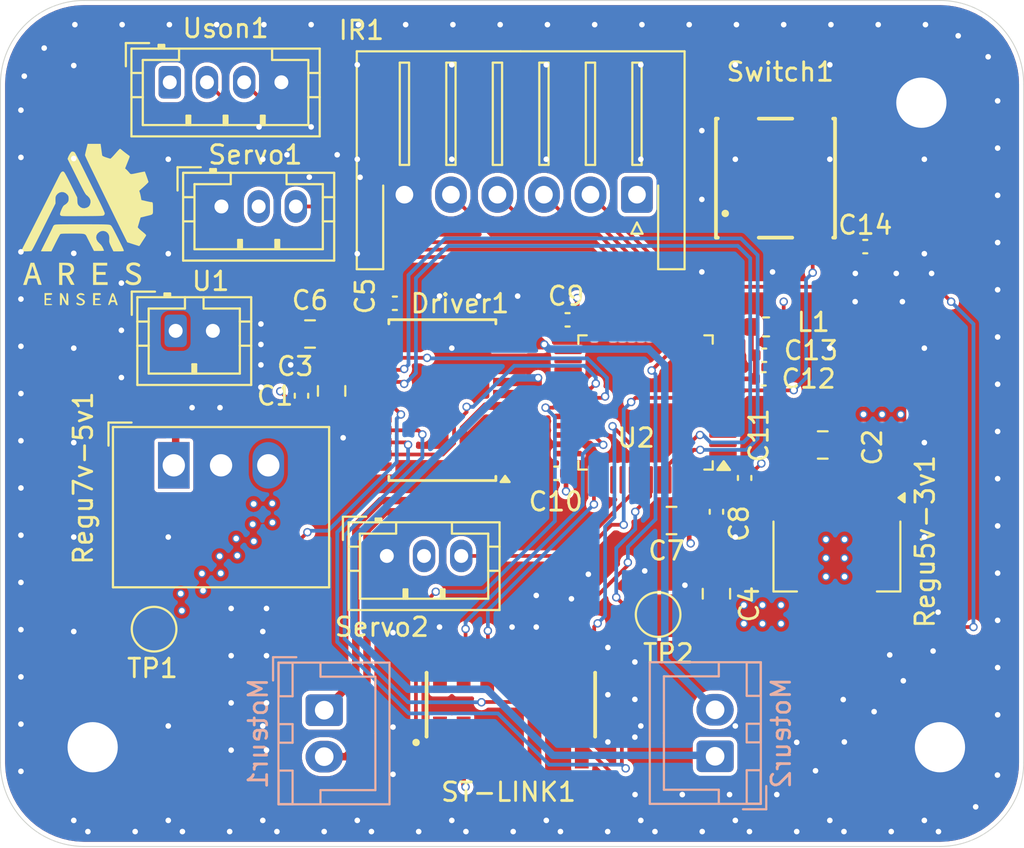
<source format=kicad_pcb>
(kicad_pcb (version 20240108) (generator "pcbnew") (generator_version "8.0")
  (title_block (title "PCB_PAMI_1A_JANUS") (date "22/01/2025"))
  (layers (0 "F.Cu" signal) (1 "In1.Cu" signal) (2 "In2.Cu" signal) (31 "B.Cu" signal) (34 "B.Paste" user) (35 "F.Paste" user) (36 "B.SilkS" user "B.Silkscreen") (37 "F.SilkS" user "F.Silkscreen") (38 "B.Mask" user) (39 "F.Mask" user) (44 "Edge.Cuts" user))
  (net 0 "")
  (net 1 "+5V")
  (net 2 "GND")
  (net 3 "+3.3V")
  (net 4 "+3.3VA")
  (net 5 "/NRST")
  (net 6 "+7.5V")
  (net 7 "/SWDIO")
  (net 8 "/STLINK_RX")
  (net 9 "/STLINK_TX")
  (net 10 "/SWCLK")
  (net 11 "/PWM_Servo1")
  (net 12 "/IR_4")
  (net 13 "/IR_3")
  (net 14 "/IR_2")
  (net 15 "/IR_1")
  (net 16 "/PWM_Servo2")
  (net 17 "/AO1")
  (net 18 "/AO2")
  (net 19 "/BO1")
  (net 20 "/BO2")
  (net 21 "/PWMB")
  (net 22 "/BIN1")
  (net 23 "/STBY")
  (net 24 "/PWMA")
  (net 25 "/AIN2")
  (net 26 "/BIN2")
  (net 27 "/AIN1")
  (net 28 "/Trig")
  (net 29 "/Echo")
  (footprint "Capacitor_SMD:C_0402_1005Metric" (layer "F.Cu") (at 128.524 77.851)
    (property "Reference" "C12")
    (property "Value" "10n" (hide yes))
  )
  (footprint "Package_QFP:LQFP-48_7x7mm_P0.5mm" (layer "F.Cu") (at 122.174 79.121 180)
    (property "Reference" "U2")
    (property "Value" "MCU" (hide yes))
  )
  (footprint "Capacitor_SMD:C_0805_2012Metric" (layer "F.Cu") (at 123.571 85.471 180)
    (property "Reference" "C7")
    (property "Value" "4u7")
  )
  (footprint "Capacitor_SMD:C_0402_1005Metric" (layer "F.Cu") (at 103.68 78.76 90)
    (property "Reference" "C1")
    (property "Value" "100n" (hide yes))
  )
  (footprint "Capacitor_SMD:C_0805_2012Metric" (layer "F.Cu") (at 105.3 78.5 90)
    (property "Reference" "C3")
    (property "Value" "10u" (hide yes))
  )
  (footprint "Capacitor_SMD:C_0805_2012Metric" (layer "F.Cu") (at 131.699 81.407)
    (property "Reference" "C2")
    (property "Value" "10u" (hide yes))
  )
  (footprint "Capacitor_SMD:C_0402_1005Metric" (layer "F.Cu") (at 128.552 76.581)
    (property "Reference" "C13")
    (property "Value" "1u" (hide yes))
  )
  (footprint "Capacitor_SMD:C_0402_1005Metric" (layer "F.Cu") (at 117.983 74.676 180)
    (property "Reference" "C9")
    (property "Value" "100n" (hide yes))
  )
  (footprint "Connector_JST:JST_PH_B3B-PH-K_1x03_P2.00mm_Vertical" (layer "F.Cu") (at 108.268 87.376)
    (property "Reference" "Servo2")
    (property "Value" "~" (hide yes))
  )
  (footprint "Capacitor_SMD:C_0402_1005Metric" (layer "F.Cu") (at 125.984 85 -90)
    (property "Reference" "C8")
    (property "Value" "100n" (hide yes))
  )
  (footprint "boutonSMD_wurth430471025826:430471025826" (layer "F.Cu") (at 129.159 67.056 90)
    (property "Reference" "Switch1")
    (property "Value" "430471025826" (hide yes))
    (property "VALUE" "430471025826" (hide yes))
  )
  (footprint "Converter_DCDC:Converter_DCDC_RECOM_R-78B-2.0_THT" (layer "F.Cu") (at 96.8165 82.5015)
    (property "Reference" "Regu7v-5v1")
    (property "Value" "R-78B5.0-2.0" (hide yes))
  )
  (footprint "Capacitor_SMD:C_0805_2012Metric" (layer "F.Cu") (at 125.984 89.408 90)
    (property "Reference" "C4")
    (property "Value" "22u" (hide yes))
  )
  (footprint "Connector_JST:JST_PH_B2B-PH-K_1x02_P2.00mm_Vertical" (layer "F.Cu") (at 96.917 75.269)
    (property "Reference" "U1")
    (property "Value" "~" (hide yes))
  )
  (footprint "Connector_JST:JST_XH_S6B-XH-A-1_1x06_P2.50mm_Horizontal" (layer "F.Cu") (at 121.713 67.945 180)
    (property "Reference" "IR1")
    (property "Value" "~" (hide yes))
  )
  (footprint "Package_TO_SOT_SMD:SOT-223-3_TabPin2" (layer "F.Cu") (at 132.461 87.376 -90)
    (property "Reference" "Regu5v-3v1")
    (property "Value" "AZ1117-3.3" (hide yes))
  )
  (footprint "Inductor_SMD:L_0603_1608Metric" (layer "F.Cu") (at 128.651 75.057)
    (property "Reference" "L1")
    (property "Value" "39n" (hide yes))
  )
  (footprint "MountingHole:MountingHole_2.7mm_M2.5_Pad" (layer "F.Cu") (at 138 97.663)
    (property "Reference" "H3" (hide yes))
    (property "Value" "MountingHole_Pad" (hide yes))
  )
  (footprint "logoares:logoares" (layer "F.Cu") (at 92 69.8)
    (property "Reference" "G***" (hide yes))
    (property "Value" "LOGO" (hide yes))
  )
  (footprint "MountingHole:MountingHole_2.7mm_M2.5_Pad" (layer "F.Cu") (at 92.456 97.663)
    (property "Reference" "H1" (hide yes))
    (property "Value" "MountingHole_Pad" (hide yes))
  )
  (footprint "Capacitor_SMD:C_0402_1005Metric" (layer "F.Cu") (at 133.985 70.739)
    (property "Reference" "C14")
    (property "Value" "10n" (hide yes))
  )
  (footprint "TestPoint:TestPoint_Pad_D2.0mm" (layer "F.Cu") (at 95.758 91.313)
    (property "Reference" "TP1")
    (property "Value" "TestPoint" (hide yes))
  )
  (footprint "Capacitor_SMD:C_0402_1005Metric" (layer "F.Cu") (at 117.376 82.931 180)
    (property "Reference" "C10")
    (property "Value" "100n" (hide yes))
  )
  (footprint "MountingHole:MountingHole_2.7mm_M2.5_Pad" (layer "F.Cu") (at 137 63)
    (property "Reference" "H2" (hide yes))
    (property "Value" "MountingHole_Pad" (hide yes))
  )
  (footprint "Capacitor_SMD:C_0402_1005Metric" (layer "F.Cu") (at 108.7 73.787)
    (property "Reference" "C5")
    (property "Value" "100n" (hide yes))
  )
  (footprint "FTSH-107-01-F-DV-K:SAMTEC_FTSH-107-01-F-DV-K" (layer "F.Cu") (at 114.935 95.374)
    (property "Reference" "ST-LINK1")
    (property "Value" "FTSH-107-01-F-DV-K" (hide yes))
  )
  (footprint "Capacitor_SMD:C_0402_1005Metric" (layer "F.Cu") (at 127.5 83.18 -90)
    (property "Reference" "C11")
    (property "Value" "100n" (hide yes))
  )
  (footprint "TestPoint:TestPoint_Pad_D2.0mm" (layer "F.Cu") (at 122.85 90.53 90)
    (property "Reference" "TP2")
    (property "Value" "TestPoint" (hide yes))
  )
  (footprint "Capacitor_SMD:C_0805_2012Metric" (layer "F.Cu") (at 104.14 75.438 180)
    (property "Reference" "C6")
    (property "Value" "10u" (hide yes))
  )
  (footprint "Package_SO:SSOP-24_5.3x8.2mm_P0.65mm" (layer "F.Cu") (at 111.252 78.994 180)
    (property "Reference" "Driver1")
    (property "Value" "TB6612FNG" (hide yes))
  )
  (footprint "Connector_JST:JST_PH_B3B-PH-K_1x03_P2.00mm_Vertical" (layer "F.Cu") (at 99.378 68.58)
    (property "Reference" "Servo1")
    (property "Value" "~" (hide yes))
  )
  (footprint "Connector_JST:JST_PH_B4B-PH-K_1x04_P2.00mm_Vertical" (layer "F.Cu") (at 96.6 61.9)
    (property "Reference" "Uson1")
    (property "Value" "~")
  )
  (footprint "Connector_JST:JST_XH_B2B-XH-A_1x02_P2.50mm_Vertical" (layer "B.Cu") (at 104.902 95.671 -90)
    (property "Reference" "Moteur1")
    (property "Value" "~")
  )
  (footprint "Connector_JST:JST_XH_B2B-XH-A_1x02_P2.50mm_Vertical" (layer "B.Cu") (at 125.912 98.151 90)
    (property "Reference" "Moteur2")
    (property "Value" "~")
  )
  (gr_arc (start 142.5 98.5) (mid 141.181981 101.681981) (end 138 103) (stroke (width 0.05)) (layer "Edge.Cuts"))
  (gr_line (start 142.5 62) (end 142.5 98.5) (stroke (width 0.05)) (layer "Edge.Cuts"))
  (gr_line (start 138 103) (end 92 103) (stroke (width 0.05)) (layer "Edge.Cuts"))
  (gr_arc (start 138 57.5) (mid 141.181981 58.818019) (end 142.5 62) (stroke (width 0.05)) (layer "Edge.Cuts"))
  (gr_line (start 87.5 98.5) (end 87.5 62) (stroke (width 0.05)) (layer "Edge.Cuts"))
  (gr_arc (start 87.5 62) (mid 88.818019 58.818019) (end 92 57.5) (stroke (width 0.05)) (layer "Edge.Cuts"))
  (gr_line (start 92 57.5) (end 138 57.5) (stroke (width 0.05)) (layer "Edge.Cuts"))
  (gr_arc (start 92 103) (mid 88.818019 101.681981) (end 87.5 98.5) (stroke (width 0.05)) (layer "Edge.Cuts"))
  (via (at 100.23 87.36) (size 0.45) (drill 0.3) (layers "F.Cu" "B.Cu") (net 1))
  (via (at 97.25 90.32) (size 0.45) (drill 0.3) (layers "F.Cu" "B.Cu") (net 1))
  (via (at 134.89 79.76) (size 0.45) (drill 0.3) (layers "F.Cu" "B.Cu") (net 1))
  (via (at 98.33 88.32) (size 0.45) (drill 0.3) (layers "F.Cu" "B.Cu") (net 1))
  (via (at 97.19 89.4) (size 0.45) (drill 0.3) (layers "F.Cu" "B.Cu") (net 1))
  (via (at 101.12 86.59) (size 0.45) (drill 0.3) (layers "F.Cu" "B.Cu") (net 1))
  (via (at 135.89 79.76) (size 0.45) (drill 0.3) (layers "F.Cu" "B.Cu") (net 1))
  (via (at 102.12 85.58) (size 0.45) (drill 0.3) (layers "F.Cu" "B.Cu") (net 1))
  (via (at 99.28 87.39) (size 0.45) (drill 0.3) (layers "F.Cu" "B.Cu") (net 1))
  (via (at 102.11 84.55) (size 0.45) (drill 0.3) (layers "F.Cu" "B.Cu") (net 1))
  (via (at 100.17 86.44) (size 0.45) (drill 0.3) (layers "F.Cu" "B.Cu") (net 1))
  (via (at 99.34 88.31) (size 0.45) (drill 0.3) (layers "F.Cu" "B.Cu") (net 1))
  (via (at 133.89 79.76) (size 0.45) (drill 0.3) (layers "F.Cu" "B.Cu") (net 1))
  (via (at 101.11 84.58) (size 0.45) (drill 0.3) (layers "F.Cu" "B.Cu") (net 1))
  (via (at 101.06 85.67) (size 0.45) (drill 0.3) (layers "F.Cu" "B.Cu") (net 1))
  (via (at 98.39 89.24) (size 0.45) (drill 0.3) (layers "F.Cu" "B.Cu") (net 1))
  (via (at 129.6 58.8) (size 0.45) (drill 0.3) (layers "F.Cu" "B.Cu") (net 2))
  (via (at 111.1 73.4) (size 0.45) (drill 0.3) (layers "F.Cu" "B.Cu") (net 2))
  (via (at 141.1 62.9) (size 0.45) (drill 0.3) (layers "F.Cu" "B.Cu") (net 2))
  (via (at 114.36 58.8) (size 0.45) (drill 0.3) (layers "F.Cu" "B.Cu") (net 2))
  (via (at 134.46 95.75) (size 0.45) (drill 0.3) (layers "F.Cu" "B.Cu") (net 2))
  (via (at 115.06 102.2) (size 0.45) (drill 0.3) (layers "F.Cu" "B.Cu") (net 2))
  (via (at 141.1 85.76) (size 0.45) (drill 0.3) (layers "F.Cu" "B.Cu") (net 2))
  (via (at 116.84 101.6) (size 0.45) (drill 0.3) (layers "F.Cu" "B.Cu") (net 2))
  (via (at 104.2 64.3) (size 0.45) (drill 0.3) (layers "F.Cu" "B.Cu") (net 2))
  (via (at 141.1 93.38) (size 0.45) (drill 0.3) (layers "F.Cu" "B.Cu") (net 2))
  (via (at 116.3 89.5) (size 0.45) (drill 0.3) (layers "F.Cu" "B.Cu") (net 2))
  (via (at 130.3 97.4) (size 0.45) (drill 0.3) (layers "F.Cu" "B.Cu") (net 2))
  (via (at 103.1 77.1) (size 0.45) (drill 0.3) (layers "F.Cu" "B.Cu") (net 2))
  (via (at 102.9 65.8) (size 0.45) (drill 0.3) (layers "F.Cu" "B.Cu") (net 2))
  (via (at 96.52 71.12) (size 0.45) (drill 0.3) (layers "F.Cu" "B.Cu") (net 2))
  (via (at 127 66.04) (size 0.45) (drill 0.3) (layers "F.Cu" "B.Cu") (net 2))
  (via (at 124.29 88.95) (size 0.45) (drill 0.3) (layers "F.Cu" "B.Cu") (net 2))
  (via (at 127 101.6) (size 0.45) (drill 0.3) (layers "F.Cu" "B.Cu") (net 2))
  (via (at 136.03 94.09) (size 0.45) (drill 0.3) (layers "F.Cu" "B.Cu") (net 2))
  (via (at 99.9 92.74) (size 0.45) (drill 0.3) (layers "F.Cu" "B.Cu") (net 2))
  (via (at 135.98 73.7) (size 0.45) (drill 0.3) (layers "F.Cu" "B.Cu") (net 2))
  (via (at 111.76 60.96) (size 0.45) (drill 0.3) (layers "F.Cu" "B.Cu") (net 2))
  (via (at 101.8 92.74) (size 0.45) (drill 0.3) (layers "F.Cu" "B.Cu") (net 2))
  (via (at 96.52 86.36) (size 0.45) (drill 0.3) (layers "F.Cu" "B.Cu") (net 2))
  (via (at 92.2 102.2) (size 0.45) (drill 0.3) (layers "F.Cu" "B.Cu") (net 2))
  (via (at 137.16 71.12) (size 0.45) (drill 0.3) (layers "F.Cu" "B.Cu") (net 2))
  (via (at 91.44 66) (size 0.45) (drill 0.3) (layers "F.Cu" "B.Cu") (net 2))
  (via (at 138.98 59.4) (size 0.45) (drill 0.3) (layers "F.Cu" "B.Cu") (net 2))
  (via (at 101.5 78.3) (size 0.45) (drill 0.3) (layers "F.Cu" "B.Cu") (net 2))
  (via (at 106.68 71.12) (size 0.45) (drill 0.3) (layers "F.Cu" "B.Cu") (net 2))
  (via (at 141.1 88.3) (size 0.45) (drill 0.3) (layers "F.Cu" "B.Cu") (net 2))
  (via (at 133.45 72.18) (size 0.45) (drill 0.3) (layers "F.Cu" "B.Cu") (net 2))
  (via (at 88.6 78.64) (size 0.45) (drill 0.3) (layers "F.Cu" "B.Cu") (net 2))
  (via (at 94 77.78) (size 0.45) (drill 0.3) (layers "F.Cu" "B.Cu") (net 2))
  (via (at 101.5 77.1) (size 0.45) (drill 0.3) (layers "F.Cu" "B.Cu") (net 2))
  (via (at 94.74 102.2) (size 0.45) (drill 0.3) (layers "F.Cu" "B.Cu") (net 2))
  (via (at 108.6 96.58) (size 0.45) (drill 0.3) (layers "F.Cu" "B.Cu") (net 2))
  (via (at 120.15 97.38) (size 0.45) (drill 0.3) (layers "F.Cu" "B.Cu") (net 2))
  (via (at 106.74 58.8) (size 0.45) (drill 0.3) (layers "F.Cu" "B.Cu") (net 2))
  (via (at 108.6 99.12) (size 0.45) (drill 0.3) (layers "F.Cu" "B.Cu") (net 2))
  (via (at 101.4 64.3) (size 0.45) (drill 0.3) (layers "F.Cu" "B.Cu") (net 2))
  (via (at 88.6 71.02) (size 0.45) (drill 0.3) (layers "F.Cu" "B.Cu") (net 2))
  (via (at 140.59 60.53) (size 0.45) (drill 0.3) (layers "F.Cu" "B.Cu") (net 2))
  (via (at 121.6 97.12) (size 0.45) (drill 0.3) (layers "F.Cu" "B.Cu") (net 2))
  (via (at 106.68 66.04) (size 0.45) (drill 0.3) (layers "F.Cu" "B.Cu") (net 2))
  (via (at 137.22 58.8) (size 0.45) (drill 0.3) (layers "F.Cu" "B.Cu") (net 2))
  (via (at 88.6 88.8) (size 0.45) (drill 0.3) (layers "F.Cu" "B.Cu") (net 2))
  (via (at 88.6 63.4) (size 0.45) (drill 0.3) (layers "F.Cu" "B.Cu") (net 2))
  (via (at 121.6 95.09) (size 0.45) (drill 0.3) (layers "F.Cu" "B.Cu") (net 2))
  (via (at 141.1 70.52) (size 0.45) (drill 0.3) (layers "F.Cu" "B.Cu") (net 2))
  (via (at 101.6 96.52) (size 0.45) (drill 0.3) (layers "F.Cu" "B.Cu") (net 2))
  (via (at 121.92 101.6) (size 0.45) (drill 0.3) (layers "F.Cu" "B.Cu") (net 2))
  (via (at 130.3 102.2) (size 0.45) (drill 0.3) (layers "F.Cu" "B.Cu") (net 2))
  (via (at 137.92 102.2) (size 0.45) (drill 0.3) (layers "F.Cu" "B.Cu") (net 2))
  (via (at 120.14 102.2) (size 0.45) (drill 0.3) (layers "F.Cu" "B.Cu") (net 2))
  (via (at 116.9 58.8) (size 0.45) (drill 0.3) (layers "F.Cu" "B.Cu") (net 2))
  (via (at 101.6 101.6) (size 0.45) (drill 0.3) (layers "F.Cu" "B.Cu") (net 2))
  (via (at 99.9 95.28) (size 0.45) (drill 0.3) (layers "F.Cu" "B.Cu") (net 2))
  (via (at 137.16 81.28) (size 0.45) (drill 0.3) (layers "F.Cu" "B.Cu") (net 2))
  (via (at 132.08 76.2) (size 0.45) (drill 0.3) (layers "F.Cu" "B.Cu") (net 2))
  (via (at 111.76 101.6) (size 0.45) (drill 0.3) (layers "F.Cu" "B.Cu") (net 2))
  (via (at 132.08 60.96) (size 0.45) (drill 0.3) (layers "F.Cu" "B.Cu") (net 2))
  (via (at 137.16 101.6) (size 0.45) (drill 0.3) (layers "F.Cu" "B.Cu") (net 2))
  (via (at 99.3 79.4) (size 0.45) (drill 0.3) (layers "F.Cu" "B.Cu") (net 2))
  (via (at 120.15 94.84) (size 0.45) (drill 0.3) (layers "F.Cu" "B.Cu") (net 2))
  (via (at 135.65 72.18) (size 0.45) (drill 0.3) (layers "F.Cu" "B.Cu") (net 2))
  (via (at 141.1 80.68) (size 0.45) (drill 0.3) (layers "F.Cu" "B.Cu") (net 2))
  (via (at 99.9 90.2) (size 0.45) (drill 0.3) (layers "F.Cu" "B.Cu") (net 2))
  (via (at 141.1 75.6) (size 0.45) (drill 0.3) (layers "F.Cu" "B.Cu") (net 2))
  (via (at 101.8 95.28) (size 0.45) (drill 0.3) (layers "F.Cu" "B.Cu") (net 2))
  (via (at 96.52 96.52) (size 0.45) (drill 0.3) (layers "F.Cu" "B.Cu") (net 2))
  (via (at 141.1 73.06) (size 0.45) (drill 0.3) (layers "F.Cu" "B.Cu") (net 2))
  (via (at 141.09 99.16) (size 0.45) (drill 0.3) (layers "F.Cu" "B.Cu") (net 2))
  (via (at 141.1 78.14) (size 0.45) (drill 0.3) (layers "F.Cu" "B.Cu") (net 2))
  (via (at 91.44 81.28) (size 0.45) (drill 0.3) (layers "F.Cu" "B.Cu") (net 2))
  (via (at 119.44 58.8) (size 0.45) (drill 0.3) (layers "F.Cu" "B.Cu") (net 2))
  (via (at 125.22 102.2) (size 0.45) (drill 0.3) (layers "F.Cu" "B.Cu") (net 2))
  (via (at 101.8 97.82) (size 0.45) (drill 0.3) (layers "F.Cu" "B.Cu") (net 2))
  (via (at 107.44 102.2) (size 0.45) (drill 0.3) (layers "F.Cu" "B.Cu") (net 2))
  (via (at 88.6 96.42) (size 0.45) (drill 0.3) (layers "F.Cu" "B.Cu") (net 2))
  (via (at 120.15 92.3) (size 0.45) (drill 0.3) (layers "F.Cu" "B.Cu") (net 2))
  (via (at 91.44 61) (size 0.45) (drill 0.3) (layers "F.Cu" "B.Cu") (net 2))
  (via (at 112.52 102.2) (size 0.45) (drill 0.3) (layers "F.Cu" "B.Cu") (net 2))
  (via (at 106.83 67.01) (size 0.45) (drill 0.3) (layers "F.Cu" "B.Cu") (net 2))
  (via (at 111.76 66.04) (size 0.45) (drill 0.3) (layers "F.Cu" "B.Cu") (net 2))
  (via (at 137.16 86.36) (size 0.45) (drill 0.3) (layers "F.Cu" "B.Cu") (net 2))
  (via (at 121.61 100.21) (size 0.45) (drill 0.3) (layers "F.Cu" "B.Cu") (net 2))
  (via (at 141.1 83.22) (size 0.45) (drill 0.3) (layers "F.Cu" "B.Cu") (net 2))
  (via (at 131.31 98.93) (size 0.45) (drill 0.3) (layers "F.Cu" "B.Cu") (net 2))
  (via (at 127 86.36) (size 0.45) (drill 0.3) (layers "F.Cu" "B.Cu") (net 2))
  (via (at 125.2 72.1) (size 0.45) (drill 0.3) (layers "F.Cu" "B.Cu") (net 2))
  (via (at 113.2 73.4) (size 0.45) (drill 0.3) (layers "F.Cu" "B.Cu") (net 2))
  (via (at 88.6 81.18) (size 0.45) (drill 0.3) (layers "F.Cu" "B.Cu") (net 2))
  (via (at 101.8 90.2) (size 0.45) (drill 0.3) (layers "F.Cu" "B.Cu") (net 2))
  (via (at 117.6 102.2) (size 0.45) (drill 0.3) (layers "F.Cu" "B.Cu") (net 2))
  (via (at 111.1 91.2) (size 0.45) (drill 0.3) (layers "F.Cu" "B.Cu") (net 2))
  (via (at 132.86 97.38) (size 0.45) (drill 0.3) (layers "F.Cu" "B.Cu") (net 2))
  (via (at 105.6 65.8) (size 0.45) (drill 0.3) (layers "F.Cu" "B.Cu") (net 2))
  (via (at 121.92 66.04) (size 0.45) (drill 0.3) (layers "F.Cu" "B.Cu") (net 2))
  (via (at 139.92 100.87) (size 0.45) (drill 0.3) (layers "F.Cu" "B.Cu") (net 2))
  (via (at 101.66 58.8) (size 0.45) (drill 0.3) (layers "F.Cu" "B.Cu") (net 2))
  (via (at 88.6 91.34) (size 0.45) (drill 0.3) (layers "F.Cu" "B.Cu") (net 2))
  (via (at 141.1 65.44) (size 0.45) (drill 0.3) (layers "F.Cu" "B.Cu") (net 2))
  (via (at 104.9 102.2) (size 0.45) (drill 0.3) (layers "F.Cu" "B.Cu") (net 2))
  (via (at 122.13 88.18) (size 0.45) (drill 0.3) (layers "F.Cu" "B.Cu") (net 2))
  (via (at 88.6 76.1) (size 0.45) (drill 0.3) (layers "F.Cu" "B.Cu") (net 2))
  (via (at 94 75.24) (size 0.45) (drill 0.3) (layers "F.Cu" "B.Cu") (net 2))
  (via (at 101.5 74.9) (size 0.45) (drill 0.3) (layers "F.Cu" "B.Cu") (net 2))
  (via (at 135.3 92.7) (size 0.45) (drill 0.3) (layers "F.Cu" "B.Cu") (net 2))
  (via (at 105.92 81.02) (size 0.45) (drill 0.3) (layers "F.Cu" "B.Cu") (net 2))
  (via (at 127 96.52) (size 0.45) (drill 0.3) (layers "F.Cu" "B.Cu") (net 2))
  (via (at 101.6 66.04) (size 0.45) (drill 0.3) (layers "F.Cu" "B.Cu") (net 2))
  (via (at 121.92 60.96) (size 0.45) (drill 0.3) (layers "F.Cu" "B.Cu") (net 2))
  (via (at 124.52 58.8) (size 0.45) (drill 0.3) (layers "F.Cu" "B.Cu") (net 2))
  (via (at 88.6 98.96) (size 0.45) (drill 0.3) (layers "F.Cu" "B.Cu") (net 2))
  (via (at 99.82 102.2) (size 0.45) (drill 0.3) (layers "F.Cu" "B.Cu") (net 2))
  (via (at 88.6 86.26) (size 0.45) (drill 0.3) (layers "F.Cu" "B.Cu") (net 2))
  (via (at 137.55 72.18) (size 0.45) (drill 0.3) (layers "F.Cu" "B.Cu") (net 2))
  (via (at 116.84 60.96) (size 0.45) (drill 0.3) (layers "F.Cu" "B.Cu") (net 2))
  (via (at 116.3 91.2) (size 0.45) (drill 0.3) (layers "F.Cu" "B.Cu") (net 2))
  (via (at 137.9 90.4) (size 0.45) (drill 0.3) (layers "F.Cu" "B.Cu") (net 2))
  (via (at 125.2 68.2) (size 0.45) (drill 0.3) (layers "F.Cu" "B.Cu") (net 2))
  (via (at 137.16 76.2) (size 0.45) (drill 0.3) (layers "F.Cu" "B.Cu") (net 2))
  (via (at 115 91.2) (size 0.45) (drill 0.3) (layers "F.Cu" "B.Cu") (net 2))
  (via (at 133.44 73.7) (size 0.45) (drill 0.3) (layers "F.Cu" "B.Cu") (net 2))
  (via (at 91.44 76.2) (size 0.45) (drill 0.3) (layers "F.Cu" "B.Cu") (net 2))
  (via (at 132.14 58.8) (size 0.45) (drill 0.3) (layers "F.Cu" "B.Cu") (net 2))
  (via (at 132.08 101.6) (size 0.45) (drill 0.3) (layers "F.Cu" "B.Cu") (net 2))
  (via (at 125.2 64.5) (size 0.45) (drill 0.3) (layers "F.Cu" "B.Cu") (net 2))
  (via (at 127 60.96) (size 0.45) (drill 0.3) (layers "F.Cu" "B.Cu") (net 2))
  (via (at 104.2 58.8) (size 0.45) (drill 0.3) (layers "F.Cu" "B.Cu") (net 2))
  (via (at 119.1 88.36) (size 0.45) (drill 0.3) (layers "F.Cu" "B.Cu") (net 2))
  (via (at 135.38 102.2) (size 0.45) (drill 0.3) (layers "F.Cu" "B.Cu") (net 2))
  (via (at 111.76 76.2) (size 0.45) (drill 0.3) (layers "F.Cu" "B.Cu") (net 2))
  (via (at 124.15 100.21) (size 0.45) (drill 0.3) (layers "F.Cu" "B.Cu") (net 2))
  (via (at 88.6 93.88) (size 0.45) (drill 0.3) (layers "F.Cu" "B.Cu") (net 2))
  (via (at 88.78 61.57) (size 0.45) (drill 0.3) (layers "F.Cu" "B.Cu") (net 2))
  (via (at 96.52 101.6) (size 0.45) (drill 0.3) (layers "F.Cu" "B.Cu") (net 2))
  (via (at 129 72.1) (size 0.45) (drill 0.3) (layers "F.Cu" "B.Cu") (net 2))
  (via (at 122.68 102.2) (size 0.45) (drill 0.3) (layers "F.Cu" "B.Cu") (net 2))
  (via (at 141.1 90.84) (size 0.45) (drill 0.3) (layers "F.Cu" "B.Cu") (net 2))
  (via (at 126.69 100.21) (size 0.45) (drill 0.3) (layers "F.Cu" "B.Cu") (net 2))
  (via (at 99.9 97.82) (size 0.45) (drill 0.3) (layers "F.Cu" "B.Cu") (net 2))
  (via (at 141.1 67.98) (size 0.45) (drill 0.3) (layers "F.Cu" "B.Cu") (net 2))
  (via (at 137.16 66.04) (size 0.45) (drill 0.3) (layers "F.Cu" "B.Cu") (net 2))
  (via (at 91.44 86.36) (size 0.45) (drill 0.3) (layers "F.Cu" "B.Cu") (net 2))
  (via (at 106.68 101.6) (size 0.45) (drill 0.3) (layers "F.Cu" "B.Cu") (net 2))
  (via (at 97.8 79.4) (size 0.45) (drill 0.3) (layers "F.Cu" "B.Cu") (net 2))
  (via (at 132.08 66.04) (size 0.45) (drill 0.3) (layers "F.Cu" "B.Cu") (net 2))
  (via (at 127.06 58.8) (size 0.45) (drill 0.3) (layers "F.Cu" "B.Cu") (net 2))
  (via (at 137.63 92.49) (size 0.45) (drill 0.3) (layers "F.Cu" "B.Cu") (net 2))
  (via (at 121.6 93.08) (size 0.45) (drill 0.3) (layers "F.Cu" "B.Cu") (net 2))
  (via (at 109.28 58.8) (size 0.45) (drill 0.3) (layers "F.Cu" "B.Cu") (net 2))
  (via (at 101.5 76) (size 0.45) (drill 0.3) (layers "F.Cu" "B.Cu") (net 2))
  (via (at 106.68 60.96) (size 0.45) (drill 0.3) (layers "F.Cu" "B.Cu") (net 2))
  (via (at 109.98 102.2) (size 0.45) (drill 0.3) (layers "F.Cu" "B.Cu") (net 2))
  (via (at 91.44 101.6) (size 0.45) (drill 0.3) (layers "F.Cu" "B.Cu") (net 2))
  (via (at 96.58 58.8) (size 0.45) (drill 0.3) (layers "F.Cu" "B.Cu") (net 2))
  (via (at 132.84 102.2) (size 0.45) (drill 0.3) (layers "F.Cu" "B.Cu") (net 2))
  (via (at 97.28 102.2) (size 0.45) (drill 0.3) (layers "F.Cu" "B.Cu") (net 2))
  (via (at 121.92 96.52) (size 0.45) (drill 0.3) (layers "F.Cu" "B.Cu") (net 2))
  (via (at 101.6 91.44) (size 0.45) (drill 0.3) (layers "F.Cu" "B.Cu") (net 2))
  (via (at 88.6 65.94) (size 0.45) (drill 0.3) (layers "F.Cu" "B.Cu") (net 2))
  (via (at 91.44 91.44) (size 0.45) (drill 0.3) (layers "F.Cu" "B.Cu") (net 2))
  (via (at 111.82 58.8) (size 0.45) (drill 0.3) (layers "F.Cu" "B.Cu") (net 2))
  (via (at 132.8 95.1) (size 0.45) (drill 0.3) (layers "F.Cu" "B.Cu") (net 2))
  (via (at 99.12 58.8) (size 0.45) (drill 0.3) (layers "F.Cu" "B.Cu") (net 2))
  (via (at 91.44 71.1) (size 0.45) (drill 0.3) (layers "F.Cu" "B.Cu") (net 2))
  (via (at 116.84 66.04) (size 0.45) (drill 0.3) (layers "F.Cu" "B.Cu") (net 2))
  (via (at 127.76 102.2) (size 0.45) (drill 0.3) (layers "F.Cu" "B.Cu") (net 2))
  (via (at 141.1 95.92) (size 0.45) (drill 0.3) (layers "F.Cu" "B.Cu") (net 2))
  (via (at 108.6 91.5) (size 0.45) (drill 0.3) (layers "F.Cu" "B.Cu") (net 2))
  (via (at 89.85 60.06) (size 0.45) (drill 0.3) (layers "F.Cu" "B.Cu") (net 2))
  (via (at 94.04 58.8) (size 0.45) (drill 0.3) (layers "F.Cu" "B.Cu") (net 2))
  (via (at 129.23 100.21) (size 0.45) (drill 0.3) (layers "F.Cu" "B.Cu") (net 2))
  (via (at 121.98 58.8) (size 0.45) (drill 0.3) (layers "F.Cu" "B.Cu") (net 2))
  (via (at 96.52 66.04) (size 0.45) (drill 0.3) (layers "F.Cu" "B.Cu") (net 2))
  (via (at 134.68 58.8) (size 0.45) (drill 0.3) (layers "F.Cu" "B.Cu") (net 2))
  (via (at 94 72.7) (size 0.45) (drill 0.3) (layers "F.Cu" "B.Cu") (net 2))
  (via (at 115.3 73.4) (size 0.45) (drill 0.3) (layers "F.Cu" "B.Cu") (net 2))
  (via (at 102.36 102.2) (size 0.45) (drill 0.3) (layers "F.Cu" "B.Cu") (net 2))
  (via (at 88.6 83.72) (size 0.45) (drill 0.3) (layers "F.Cu" "B.Cu") (net 2))
  (via (at 118.19 89.68) (size 0.45) (drill 0.3) (layers "F.Cu" "B.Cu") (net 2))
  (via (at 91.5 58.8) (size 0.45) (drill 0.3) (layers "F.Cu" "B.Cu") (net 2))
  (via (at 88.6 73.56) (size 0.45) (drill 0.3) (layers "F.Cu" "B.Cu") (net 2))
  (via (at 104.1 67) (size 0.45) (drill 0.3) (layers "F.Cu" "B.Cu") (net 2))
  (segment (start 117.9 82.975) (end 117.856 82.931) (width 0.25) (layer "F.Cu") (net 3))
  (segment (start 112.395 99.695) (end 112.395 97.409) (width 0.25) (layer "F.Cu") (net 3))
  (segment (start 118.5 74.639) (end 118.463 74.676) (width 0.25) (layer "F.Cu") (net 3))
  (segment (start 102.54 78.52) (end 103.26 79.24) (width 0.2) (layer "F.Cu") (net 3))
  (segment (start 103.26 79.24) (end 105.09 79.24) (width 0.2) (layer "F.Cu") (net 3))
  (segment (start 125.984 83.975) (end 125.984 84.52) (width 0.25) (layer "F.Cu") (net 3))
  (segment (start 107.651 79.97) (end 107.652 79.969) (width 0.25) (layer "F.Cu") (net 3))
  (segment (start 124.521 86.621) (end 124.521 85.471) (width 0.25) (layer "F.Cu") (net 3))
  (segment (start 129.6 73.7) (end 129.6 74.8955) (width 0.2) (layer "F.Cu") (net 3))
  (segment (start 117.856 82.0265) (end 118.0115 81.871) (width 0.25) (layer "F.Cu") (net 3))
  (segment (start 105.3 79.45) (end 105.82 79.97) (width 0.25) (layer "F.Cu") (net 3))
  (segment (start 118.5 73.5) (end 118.5 74.639) (width 0.25) (layer "F.Cu") (net 3))
  (segment (start 126.3365 81.871) (end 126.671 81.871) (width 0.2) (layer "F.Cu") (net 3))
  (segment (start 126.671 81.871) (end 127.5 82.7) (width 0.2) (layer "F.Cu") (net 3))
  (segment (start 124.6 86.7) (end 124.521 86.621) (width 0.25) (layer "F.Cu") (net 3))
  (segment (start 125.192 84.8) (end 124.521 85.471) (width 0.25) (layer "F.Cu") (net 3))
  (segment (start 125.704 84.8) (end 125.192 84.8) (width 0.25) (layer "F.Cu") (net 3))
  (segment (start 118.463 74.676) (end 119.1415 74.676) (width 0.25) (layer "F.Cu") (net 3))
  (segment (start 129.6 74.8955) (end 129.4385 75.057) (width 0.2) (layer "F.Cu") (net 3))
  (segment (start 117.9 83.9) (end 117.9 82.975) (width 0.25) (layer "F.Cu") (net 3))
  (segment (start 125.984 84.52) (end 125.704 84.8) (width 0.25) (layer "F.Cu") (net 3))
  (segment (start 128.4 82.4) (end 128.1 82.7) (width 0.2) (layer "F.Cu") (net 3))
  (segment (start 128.1 82.7) (end 127.5 82.7) (width 0.2) (layer "F.Cu") (net 3))
  (segment (start 124.924 83.2835) (end 125.2925 83.2835) (width 0.25) (layer "F.Cu") (net 3))
  (segment (start 112.5 99.8) (end 112.395 99.695) (width 0.25) (layer "F.Cu") (net 3))
  (segment (start 105.82 79.97) (end 107.651 79.97) (width 0.25) (layer "F.Cu") (net 3))
  (segment (start 119.1415 74.676) (end 119.424 74.9585) (width 0.25) (layer "F.Cu") (net 3))
  (segment (start 117.856 82.931) (end 117.856 82.0265) (width 0.25) (layer "F.Cu") (net 3))
  (segment (start 125.2925 83.2835) (end 125.984 83.975) (width 0.25) (layer "F.Cu") (net 3))
  (segment (start 105.09 79.24) (end 105.3 79.45) (width 0.2) (layer "F.Cu") (net 3))
  (via (at 127.46 91.02) (size 0.45) (drill 0.3) (layers "F.Cu" "B.Cu") (net 3))
  (via (at 132.87 86.49) (size 0.45) (drill 0.3) (layers "F.Cu" "B.Cu") (net 3))
  (via (at 129.46 90.02) (size 0.45) (drill 0.3) (layers "F.Cu" "B.Cu") (net 3))
  (via (at 131.87 87.49) (size 0.45) (drill 0.3) (layers "F.Cu" "B.Cu") (net 3))
  (via (at 132.87 87.49) (size 0.45) (drill 0.3) (layers "F.Cu" "B.Cu") (net 3))
  (via (at 112.5 99.8) (size 0.45) (drill 0.3) (layers "F.Cu" "B.Cu") (net 3))
  (via (at 127.46 90.02) (size 0.45) (drill 0.3) (layers "F.Cu" "B.Cu") (net 3))
  (via (at 128.4 82.4) (size 0.45) (drill 0.3) (layers "F.Cu" "B.Cu") (net 3))
  (via (at 128.46 90.02) (size 0.45) (drill 0.3) (layers "F.Cu" "B.Cu") (net 3))
  (via (at 131.87 88.49) (size 0.45) (drill 0.3) (layers "F.Cu" "B.Cu") (net 3))
  (via (at 118.5 73.5) (size 0.45) (drill 0.3) (layers "F.Cu" "B.Cu") (net 3))
  (via (at 124.6 86.7) (size 0.45) (drill 0.3) (layers "F.Cu" "B.Cu") (net 3))
  (via (at 128.46 91.02) (size 0.45) (drill 0.3) (layers "F.Cu" "B.Cu") (net 3))
  (via (at 102.54 78.52) (size 0.45) (drill 0.3) (layers "F.Cu" "B.Cu") (net 3))
  (via (at 131.87 86.49) (size 0.45) (drill 0.3) (layers "F.Cu" "B.Cu") (net 3))
  (via (at 129.6 73.7) (size 0.45) (drill 0.3) (layers "F.Cu" "B.Cu") (net 3))
  (via (at 132.87 88.49) (size 0.45) (drill 0.3) (layers "F.Cu" "B.Cu") (net 3))
  (via (at 117.9 83.9) (size 0.45) (drill 0.3) (layers "F.Cu" "B.Cu") (net 3))
  (via (at 129.46 91.02) (size 0.45) (drill 0.3) (layers "F.Cu" "B.Cu") (net 3))
  (segment (start 126.3565 77.851) (end 126.3365 77.871) (width 0.25) (layer "F.Cu") (net 4))
  (segment (start 128.072 77.823) (end 128.044 77.851) (width 0.25) (layer "F.Cu") (net 4))
  (segment (start 127.8635 76.3725) (end 128.072 76.581) (width 0.25) (layer "F.Cu") (net 4))
  (segment (start 128.072 76.581) (end 128.072 77.823) (width 0.25) (layer "F.Cu") (net 4))
  (segment (start 128.044 77.851) (end 126.3565 77.851) (width 0.25) (layer "F.Cu") (net 4))
  (segment (start 127.8635 75.057) (end 127.8635 76.3725) (width 0.25) (layer "F.Cu") (net 4))
  (segment (start 118.267096 87.776) (end 118.50141 87.541685) (width 0.2) (layer "F.Cu") (net 5))
  (segment (start 130.14 78.46) (end 130.13 78.47) (width 0.2) (layer "F.Cu") (net 5))
  (segment (start 130.13 78.47) (end 127.50741 78.47) (width 0.2) (layer "F.Cu") (net 5))
  (segment (start 118.50141 87.541685) (end 120.343096 85.7) (width 0.2) (layer "F.Cu") (net 5))
  (segment (start 131.342 70.739) (end 131.159 70.556) (width 0.2) (layer "F.Cu") (net 5))
  (segment (start 133.505 70.739) (end 131.342 70.739) (width 0.2) (layer "F.Cu") (net 5))
  (segment (start 127.50741 78.47) (end 127.10641 78.871) (width 0.2) (layer "F.Cu") (net 5))
  (segment (start 121.629 78.871) (end 126.3365 78.871) (width 0.2) (layer "F.Cu") (net 5))
  (segment (start 117.475 93.339) (end 117.475 88.568096) (width 0.2) (layer "F.Cu") (net 5))
  (segment (start 121.4 79.1) (end 121.629 78.871) (width 0.2) (layer "F.Cu") (net 5))
  (segment (start 127.10641 78.871) (end 126.3365 78.871) (width 0.2) (layer "F.Cu") (net 5))
  (segment (start 120.343096 85.7) (end 121 85.7) (width 0.2) (layer "F.Cu") (net 5))
  (segment (start 131.159 72.141) (end 131.159 70.556) (width 0.2) (layer "F.Cu") (net 5))
  (segment (start 117.475 88.568096) (end 118.267096 87.776) (width 0.2) (layer "F.Cu") (net 5))
  (via (at 130.14 78.46) (size 0.45) (drill 0.3) (layers "F.Cu" "B.Cu") (net 5))
  (via (at 121.4 79.1) (size 0.45) (drill 0.3) (layers "F.Cu" "B.Cu") (net 5))
  (via (at 131.159 72.141) (size 0.45) (drill 0.3) (layers "F.Cu" "B.Cu") (net 5))
  (via (at 121 85.7) (size 0.45) (drill 0.3) (layers "F.Cu" "B.Cu") (net 5))
  (segment (start 121 79.5) (end 121 85.7) (width 0.2) (layer "B.Cu") (net 5))
  (segment (start 130.8 77.8) (end 130.8 72.5) (width 0.2) (layer "B.Cu") (net 5))
  (segment (start 121.4 79.1) (end 121 79.5) (width 0.2) (layer "B.Cu") (net 5))
  (segment (start 130.8 72.5) (end 131.159 72.141) (width 0.2) (layer "B.Cu") (net 5))
  (segment (start 130.14 78.46) (end 130.8 77.8) (width 0.2) (layer "B.Cu") (net 5))
  (segment (start 96.917 75.269) (end 96.917 82.401) (width 0.4) (layer "F.Cu") (net 6))
  (segment (start 105.839 82.569) (end 107.652 82.569) (width 0.4) (layer "F.Cu") (net 6))
  (segment (start 96.917 82.401) (end 96.8165 82.5015) (width 0.4) (layer "F.Cu") (net 6))
  (segment (start 97.74 76.092) (end 97.74 77.66) (width 0.4) (layer "F.Cu") (net 6))
  (segment (start 100.24 79.04) (end 100.24 80.07) (width 0.4) (layer "F.Cu") (net 6))
  (segment (start 99.55 78.35) (end 100.24 79.04) (width 0.4) (layer "F.Cu") (net 6))
  (segment (start 100.71 80.54) (end 103.81 80.54) (width 0.4) (layer "F.Cu") (net 6))
  (segment (start 103.81 80.54) (end 105.839 82.569) (width 0.4) (layer "F.Cu") (net 6))
  (segment (start 98.43 78.35) (end 99.55 78.35) (width 0.4) (layer "F.Cu") (net 6))
  (segment (start 96.917 75.269) (end 97.74 76.092) (width 0.4) (layer "F.Cu") (net 6))
  (segment (start 100.24 80.07) (end 100.71 80.54) (width 0.4) (layer "F.Cu") (net 6))
  (segment (start 97.74 77.66) (end 98.43 78.35) (width 0.4) (layer "F.Cu") (net 6))
  (segment (start 119.371 80.871) (end 118.0115 80.871) (width 0.2) (layer "F.Cu") (net 7))
  (segment (start 119.9 81.4) (end 119.371 80.871) (width 0.2) (layer "F.Cu") (net 7))
  (segment (start 112.5 93.234) (end 112.395 93.339) (width 0.2) (layer "F.Cu") (net 7))
  (segment (start 112.5 91.3) (end 112.5 93.234) (width 0.2) (layer "F.Cu") (net 7))
  (via (at 119.9 81.4) (size 0.45) (drill 0.3) (layers "F.Cu" "B.Cu") (net 7))
  (via (at 112.5 91.3) (size 0.45) (drill 0.3) (layers "F.Cu" "B.Cu") (net 7))
  (segment (start 112.5 91.3) (end 112.5 90.934314) (width 0.2) (layer "B.Cu") (net 7))
  (segment (start 118.8 81.9) (end 119.3 81.4) (width 0.2) (layer "B.Cu") (net 7))
  (segment (start 118.8 84.634314) (end 118.8 81.9) (width 0.2) (layer "B.Cu") (net 7))
  (segment (start 112.5 90.934314) (end 118.8 84.634314) (width 0.2) (layer "B.Cu") (net 7))
  (segment (start 119.3 81.4) (end 119.9 81.4) (width 0.2) (layer "B.Cu") (net 7))
  (segment (start 129.7 99.4) (end 120.7 99.4) (width 0.2) (layer "F.Cu") (net 8))
  (segment (start 138.6 73.7) (end 137.8 72.9) (width 0.2) (layer "F.Cu") (net 8))
  (segment (start 125.4 72.9) (end 124.924 73.376) (width 0.2) (layer "F.Cu") (net 8))
  (segment (start 118.745 97.445) (end 118.745 97.409) (width 0.2) (layer "F.Cu") (net 8))
  (segment (start 139.8 91.2) (end 137.9 91.2) (width 0.2) (layer "F.Cu") (net 8))
  (segment (start 137.8 72.9) (end 125.4 72.9) (width 0.2) (layer "F.Cu") (net 8))
  (segment (start 124.924 73.376) (end 124.924 74.9585) (width 0.2) (layer "F.Cu") (net 8))
  (segment (start 120.7 99.4) (end 118.745 97.445) (width 0.2) (layer "F.Cu") (net 8))
  (segment (start 137.9 91.2) (end 129.7 99.4) (width 0.2) (layer "F.Cu") (net 8))
  (via (at 138.6 73.7) (size 0.45) (drill 0.3) (layers "F.Cu" "B.Cu") (net 8))
  (via (at 139.8 91.2) (size 0.45) (drill 0.3) (layers "F.Cu" "B.Cu") (net 8))
  (segment (start 139.8 91.2) (end 139.8 74.9) (width 0.2) (layer "B.Cu") (net 8))
  (segment (start 139.8 74.9) (end 138.6 73.7) (width 0.2) (layer "B.Cu") (net 8))
  (segment (start 121.224265 87.724265) (end 121.224265 87.875735) (width 0.2) (layer "F.Cu") (net 9))
  (segment (start 121.224265 87.875735) (end 118.745 90.355) (width 0.2) (layer "F.Cu") (net 9))
  (segment (start 118.745 90.355) (end 118.745 93.339) (width 0.2) (layer "F.Cu") (net 9))
  (segment (start 122.5 77.4) (end 123.529 76.371) (width 0.2) (layer "F.Cu") (net 9))
  (segment (start 123.529 76.371) (end 126.3365 76.371) (width 0.2) (layer "F.Cu") (net 9))
  (via (at 122.5 77.4) (size 0.45) (drill 0.3) (layers "F.Cu" "B.Cu") (net 9))
  (via (at 121.224265 87.724265) (size 0.45) (drill 0.3) (layers "F.Cu" "B.Cu") (net 9))
  (segment (start 121.224265 86.891421) (end 122.71 85.405686) (width 0.2) (layer "B.Cu") (net 9))
  (segment (start 122.71 85.405686) (end 122.71 77.61) (width 0.2) (layer "B.Cu") (net 9))
  (segment (start 121.224265 87.724265) (end 121.224265 86.891421) (width 0.2) (layer "B.Cu") (net 9))
  (segment (start 122.71 77.61) (end 122.5 77.4) (width 0.2) (layer "B.Cu") (net 9))
  (segment (start 113.7 91.4) (end 113.7 93.304) (width 0.2) (layer "F.Cu") (net 10))
  (segment (start 119.4 83.3075) (end 119.424 83.2835) (width 0.2) (layer "F.Cu") (net 10))
  (segment (start 113.7 93.304) (end 113.665 93.339) (width 0.2) (layer "F.Cu") (net 10))
  (segment (start 119.4 84.6) (end 119.4 83.3075) (width 0.2) (layer "F.Cu") (net 10))
  (via (at 113.7 91.4) (size 0.45) (drill 0.3) (layers "F.Cu" "B.Cu") (net 10))
  (via (at 119.4 84.6) (size 0.45) (drill 0.3) (layers "F.Cu" "B.Cu") (net 10))
  (segment (start 113.7 91.4) (end 113.7 90.3) (width 0.2) (layer "B.Cu") (net 10))
  (segment (start 113.7 90.3) (end 119.4 84.6) (width 0.2) (layer "B.Cu") (net 10))
  (segment (start 108.868628 71.3) (end 119.173884 71.3) (width 0.2) (layer "F.Cu") (net 11))
  (segment (start 103.378 68.58) (end 106.148628 68.58) (width 0.2) (layer "F.Cu") (net 11))
  (segment (start 106.148628 68.58) (end 108.868628 71.3) (width 0.2) (layer "F.Cu") (net 11))
  (segment (start 120.9 73.026116) (end 120.9 73.71259) (width 0.2) (layer "F.Cu") (net 11))
  (segment (start 119.173884 71.3) (end 120.9 73.026116) (width 0.2) (layer "F.Cu") (net 11))
  (segment (start 120.9 73.71259) (end 120.424 74.18859) (width 0.2) (layer "F.Cu") (net 11))
  (segment (start 120.424 74.18859) (end 120.424 74.9585) (width 0.2) (layer "F.Cu") (net 11))
  (segment (start 119.670942 70.1) (end 113.868 70.1) (width 0.2) (layer "F.Cu") (net 12))
  (segment (start 122.924 74.9585) (end 122.924 73.353058) (width 0.2) (layer "F.Cu") (net 12))
  (segment (start 113.868 70.1) (end 111.713 67.945) (width 0.2) (layer "F.Cu") (net 12))
  (segment (start 122.924 73.353058) (end 119.670942 70.1) (width 0.2) (layer "F.Cu") (net 12))
  (segment (start 123.424 73.287372) (end 123.424 74.9585) (width 0.2) (layer "F.Cu") (net 13))
  (segment (start 114.213 67.945) (end 115.968 69.7) (width 0.2) (layer "F.Cu") (net 13))
  (segment (start 115.968 69.7) (end 119.836628 69.7) (width 0.2) (layer "F.Cu") (net 13))
  (segment (start 119.836628 69.7) (end 123.424 73.287372) (width 0.2) (layer "F.Cu") (net 13))
  (segment (start 118.068 69.3) (end 116.713 67.945) (width 0.2) (layer "F.Cu") (net 14))
  (segment (start 123.924 74.9585) (end 123.924 73.221686) (width 0.2) (layer "F.Cu") (net 14))
  (segment (start 123.924 73.221686) (end 120.002314 69.3) (width 0.2) (layer "F.Cu") (net 14))
  (segment (start 120.002314 69.3) (end 118.068 69.3) (width 0.2) (layer "F.Cu") (net 14))
  (segment (start 119.213 67.945) (end 124.424 73.156) (width 0.2) (layer "F.Cu") (net 15))
  (segment (start 124.424 73.156) (end 124.424 74.9585) (width 0.2) (layer "F.Cu") (net 15))
  (segment (start 112.268 87.376) (end 118.10141 87.376) (width 0.2) (layer "F.Cu") (net 16))
  (segment (start 118.10141 87.376) (end 121.424 84.05341) (width 0.2) (layer "F.Cu") (net 16))
  (segment (start 121.424 84.05341) (end 121.424 83.2835) (width 0.2) (layer "F.Cu") (net 16))
  (segment (start 107.2 97.0365) (end 107.2 86) (width 0.4) (layer "F.Cu") (net 17))
  (segment (start 104.902 98.171) (end 106.0655 98.171) (width 0.4) (layer "F.Cu") (net 17))
  (segment (start 112.5605 84.8605) (end 113.1 84.321) (width 0.4) (layer "F.Cu") (net 17))
  (segment (start 108.2 85) (end 112.421 85) (width 0.4) (layer "F.Cu") (net 17))
  (segment (start 112.421 85) (end 113.3605 84.0605) (width 0.4) (layer "F.Cu") (net 17))
  (segment (start 113.3605 84.0605) (end 113.3605 84.0395) (width 0.4) (layer "F.Cu") (net 17))
  (segment (start 107.2 86) (end 108.2 85) (width 0.4) (layer "F.Cu") (net 17))
  (segment (start 114.831 82.569) (end 114.852 82.569) (width 0.4) (layer "F.Cu") (net 17))
  (segment (start 113.681 81.919) (end 114.852 81.919) (width 0.4) (layer "F.Cu") (net 17))
  (segment (start 113.1 82.5) (end 113.681 81.919) (width 0.4) (layer "F.Cu") (net 17))
  (segment (start 113.1 84.321) (end 113.1 82.5) (width 0.4) (layer "F.Cu") (net 17))
  (segment (start 106.0655 98.171) (end 107.2 97.0365) (width 0.4) (layer "F.Cu") (net 17))
  (segment (start 113.3605 84.0395) (end 114.831 82.569) (width 0.4) (layer "F.Cu") (net 17))
  (segment (start 113.581 79.319) (end 114.852 79.319) (width 0.4) (layer "F.Cu") (net 18))
  (segment (start 112.382472 80.517528) (end 113.581 79.319) (width 0.4) (layer "F.Cu") (net 18))
  (segment (start 104.902 95.671) (end 106.6 93.973) (width 0.4) (layer "F.Cu") (net 18))
  (segment (start 107.951472 84.4) (end 112.172472 84.4) (width 0.4) (layer "F.Cu") (net 18))
  (segment (start 112.382472 84.19) (end 112.382472 80.517528) (width 0.4) (layer "F.Cu") (net 18))
  (segment (start 106.6 85.751472) (end 107.951472 84.4) (width 0.4) (layer "F.Cu") (net 18))
  (segment (start 112.382472 81.188528) (end 113.602 79.969) (width 0.4) (layer "F.Cu") (net 18))
  (segment (start 112.172472 84.4) (end 112.382472 84.19) (width 0.4) (layer "F.Cu") (net 18))
  (segment (start 106.6 93.973) (end 106.6 85.751472) (width 0.4) (layer "F.Cu") (net 18))
  (segment (start 113.602 79.969) (end 114.852 79.969) (width 0.4) (layer "F.Cu") (net 18))
  (segment (start 116.73 76) (end 116.661 76.069) (width 0.4) (layer "F.Cu") (net 19))
  (segment (start 116.661 76.069) (end 114.852 76.069) (width 0.4) (layer "F.Cu") (net 19))
  (segment (start 116.23 75.51) (end 116.139 75.419) (width 0.4) (layer "F.Cu") (net 19))
  (segment (start 116.23 75.51) (end 116.72 76) (width 0.4) (layer "F.Cu") (net 19))
  (segment (start 116.139 75.419) (end 114.852 75.419) (width 0.4) (layer "F.Cu") (net 19))
  (segment (start 116.72 76) (end 116.73 76) (width 0.4) (layer "F.Cu") (net 19))
  (via (at 116.73 76) (size 0.45) (drill 0.3) (layers "F.Cu" "B.Cu") (net 19))
  (segment (start 116.73 76) (end 116.98 76.25) (width 0.4) (layer "B.Cu") (net 19))
  (segment (start 116.98 76.25) (end 122.33995 76.25) (width 0.4) (layer "B.Cu") (net 19))
  (segment (start 123.21 92.949) (end 125.912 95.651) (width 0.4) (layer "B.Cu") (net 19))
  (segment (start 122.33995 76.25) (end 123.21 77.12005) (width 0.4) (layer "B.Cu") (net 19))
  (segment (start 123.21 77.12005) (end 123.21 92.949) (width 0.4) (layer "B.Cu") (net 19))
  (segment (start 114.852 78.669) (end 115.269 78.669) (width 0.2) (layer "F.Cu") (net 20))
  (segment (start 116.4 77.8) (end 116.181 78.019) (width 0.4) (layer "F.Cu") (net 20))
  (segment (start 116.4 77.8) (end 116.4 78.49) (width 0.4) (layer "F.Cu") (net 20))
  (segment (start 116.4 78.49) (end 116.221 78.669) (width 0.4) (layer "F.Cu") (net 20))
  (segment (start 116.181 78.019) (end 114.852 78.019) (width 0.4) (layer "F.Cu") (net 20))
  (segment (start 116.221 78.669) (end 114.852 78.669) (width 0.4) (layer "F.Cu") (net 20))
  (segment (start 115.269 78.669) (end 115.3 78.7) (width 0.2) (layer "F.Cu") (net 20))
  (via (at 116.4 77.8) (size 0.45) (drill 0.3) (layers "F.Cu" "B.Cu") (net 20))
  (segment (start 117.2 98.1) (end 125.861 98.1) (width 0.4) (layer "B.Cu") (net 20))
  (segment (start 106.5 91.627208) (end 109.417767 94.544975) (width 0.4) (layer "B.Cu") (net 20))
  (segment (start 113.644975 94.544975) (end 117.2 98.1) (width 0.4) (layer "B.Cu") (net 20))
  (segment (start 116.4 77.8) (end 115.17 77.8) (width 0.4) (layer "B.Cu") (net 20))
  (segment (start 115.17 77.8) (end 106.5 86.47) (width 0.4) (layer "B.Cu") (net 20))
  (segment (start 109.417767 94.544975) (end 113.644975 94.544975) (width 0.4) (layer "B.Cu") (net 20))
  (segment (start 125.861 98.1) (end 125.912 98.151) (width 0.4) (layer "B.Cu") (net 20))
  (segment (start 106.5 86.47) (end 106.5 91.627208) (width 0.4) (layer "B.Cu") (net 20))
  (segment (start 110.432843 76.719) (end 107.652 76.719) (width 0.2) (layer "F.Cu") (net 21))
  (segment (start 119.929 78.871) (end 118.0115 78.871) (width 0.2) (layer "F.Cu") (net 21))
  (segment (start 120 78.8) (end 119.929 78.871) (width 0.2) (layer "F.Cu") (net 21))
  (via (at 120 78.8) (size 0.45) (drill 0.3) (layers "F.Cu" "B.Cu") (net 21))
  (via (at 110.432843 76.719) (size 0.45) (drill 0.3) (layers "F.Cu" "B.Cu") (net 21))
  (segment (start 110.463843 76.75) (end 119.05 76.75) (width 0.2) (layer "B.Cu") (net 21))
  (segment (start 110.432843 76.719) (end 110.463843 76.75) (width 0.2) (layer "B.Cu") (net 21))
  (segment (start 119.05 76.75) (end 120.1 77.8) (width 0.2) (layer "B.Cu") (net 21))
  (segment (start 120.1 78.7) (end 120 78.8) (width 0.2) (layer "B.Cu") (net 21))
  (segment (start 120.1 77.8) (end 120.1 78.7) (width 0.2) (layer "B.Cu") (net 21))
  (segment (start 125.098407 80.869394) (end 125.00251 80.869394) (width 0.2) (layer "F.Cu") (net 22))
  (segment (start 123.424 82.447904) (end 123.424 83.2835) (width 0.2) (layer "F.Cu") (net 22))
  (segment (start 125.00251 80.869394) (end 123.424 82.447904) (width 0.2) (layer "F.Cu") (net 22))
  (segment (start 109.099997 78.019) (end 109.2 78.119003) (width 0.2) (layer "F.Cu") (net 22))
  (segment (start 107.652 78.019) (end 109.099997 78.019) (width 0.2) (layer "F.Cu") (net 22))
  (via (at 109.2 78.119003) (size 0.45) (drill 0.3) (layers "F.Cu" "B.Cu") (net 22))
  (via (at 125.098407 80.869394) (size 0.45) (drill 0.3) (layers "F.Cu" "B.Cu") (net 22))
  (segment (start 127.430735 81.269265) (end 125.669265 81.269265) (width 0.2) (layer "B.Cu") (net 22))
  (segment (start 127.8 80.9) (end 127.430735 81.269265) (width 0.2) (layer "B.Cu") (net 22))
  (segment (start 125.669265 81.269265) (end 125.269394 80.869394) (width 0.2) (layer "B.Cu") (net 22))
  (segment (start 109.248526 78.119003) (end 109.832843 77.534686) (width 0.2) (layer "B.Cu") (net 22))
  (segment (start 127.134314 70.7) (end 127.8 71.365686) (width 0.2) (layer "B.Cu") (net 22))
  (segment (start 111.565686 70.7) (end 127.134314 70.7) (width 0.2) (layer "B.Cu") (net 22))
  (segment (start 109.2 78.119003) (end 109.248526 78.119003) (width 0.2) (layer "B.Cu") (net 22))
  (segment (start 109.832843 72.432843) (end 111.565686 70.7) (width 0.2) (layer "B.Cu") (net 22))
  (segment (start 127.8 71.365686) (end 127.8 80.9) (width 0.2) (layer "B.Cu") (net 22))
  (segment (start 109.832843 77.534686) (end 109.832843 72.432843) (width 0.2) (layer "B.Cu") (net 22))
  (segment (start 125.269394 80.869394) (end 125.098407 80.869394) (width 0.2) (layer "B.Cu") (net 22))
  (segment (start 108.579732 79.319) (end 107.652 79.319) (width 0.2) (layer "F.Cu") (net 23))
  (segment (start 117.21259 79.4) (end 117.24159 79.371) (width 0.2) (layer "F.Cu") (net 23))
  (segment (start 100.8 89.3) (end 104 86.1) (width 0.2) (layer "F.Cu") (net 23))
  (segment (start 108.8 100.6) (end 102.5 100.6) (width 0.2) (layer "F.Cu") (net 23))
  (segment (start 109.027002 79.76627) (end 108.579732 79.319) (width 0.2) (layer "F.Cu") (net 23))
  (segment (start 116.8 79.4) (end 117.21259 79.4) (width 0.2) (layer "F.Cu") (net 23))
  (segment (start 102.5 100.6) (end 100.8 98.9) (width 0.2) (layer "F.Cu") (net 23))
  (segment (start 117.24159 79.371) (end 118.0115 79.371) (width 0.2) (layer "F.Cu") (net 23))
  (segment (start 100.8 98.9) (end 100.8 89.3) (width 0.2) (layer "F.Cu") (net 23))
  (segment (start 110.9 89.3) (end 109.831371 90.368629) (width 0.2) (layer "F.Cu") (net 23))
  (segment (start 109.831371 99.568629) (end 108.8 100.6) (width 0.2) (layer "F.Cu") (net 23))
  (segment (start 109.831371 90.368629) (end 109.831371 99.568629) (width 0.2) (layer "F.Cu") (net 23))
  (via (at 104 86.1) (size 0.45) (drill 0.3) (layers "F.Cu" "B.Cu") (net 23))
  (via (at 109.027002 79.76627) (size 0.45) (drill 0.3) (layers "F.Cu" "B.Cu") (net 23))
  (via (at 110.9 89.3) (size 0.45) (drill 0.3) (layers "F.Cu" "B.Cu") (net 23))
  (via (at 116.8 79.4) (size 0.45) (drill 0.3) (layers "F.Cu" "B.Cu") (net 23))
  (segment (start 116.8 79.4) (end 117.3 79.9) (width 0.2) (layer "B.Cu") (net 23))
  (segment (start 105.111522 86.02) (end 104.08 86.02) (width 0.2) (layer "B.Cu") (net 23))
  (segment (start 117.3 79.9) (end 117.3 85.5) (width 0.2) (layer "B.Cu") (net 23))
  (segment (start 113.5 89.3) (end 110.9 89.3) (width 0.2) (layer "B.Cu") (net 23))
  (segment (start 104.08 86.02) (end 104 86.1) (width 0.2) (layer "B.Cu") (net 23))
  (segment (start 108.8 79.993272) (end 108.8 82.331522) (width 0.2) (layer "B.Cu") (net 23))
  (segment (start 109.027002 79.76627) (end 108.8 79.993272) (width 0.2) (layer "B.Cu") (net 23))
  (segment (start 117.3 85.5) (end 113.5 89.3) (width 0.2) (layer "B.Cu") (net 23))
  (segment (start 108.8 82.331522) (end 105.111522 86.02) (width 0.2) (layer "B.Cu") (net 23))
  (segment (start 119.5 78.1) (end 119.229 78.371) (width 0.2) (layer "F.Cu") (net 24))
  (segment (start 112.555025 79.355025) (end 112.555025 79.637869) (width 0.2) (layer "F.Cu") (net 24))
  (segment (start 111.281 81.919) (end 107.652 81.919) (width 0.2) (layer "F.Cu") (net 24))
  (segment (start 119.229 78.371) (end 118.0115 78.371) (width 0.2) (layer "F.Cu") (net 24))
  (segment (start 111.882472 81.317528) (end 111.281 81.919) (width 0.2) (layer "F.Cu") (net 24))
  (segment (start 112.555025 79.637869) (end 111.882472 80.310422) (width 0.2) (layer "F.Cu") (net 24))
  (segment (start 111.882472 80.310422) (end 111.882472 81.317528) (width 0.2) (layer "F.Cu") (net 24))
  (via (at 119.5 78.1) (size 0.45) (drill 0.3) (layers "F.Cu" "B.Cu") (net 24))
  (via (at 112.555025 79.355025) (size 0.45) (drill 0.3) (layers "F.Cu" "B.Cu") (net 24))
  (segment (start 112.555025 79.355025) (end 112.907869 79.355025) (width 0.2) (layer "B.Cu") (net 24))
  (segment (start 115.112894 77.15) (end 118.884314 77.15) (width 0.2) (layer "B.Cu") (net 24))
  (segment (start 112.907869 79.355025) (end 115.112894 77.15) (width 0.2) (layer "B.Cu") (net 24))
  (segment (start 119.5 77.765686) (end 119.5 78.1) (width 0.2) (layer "B.Cu") (net 24))
  (segment (start 118.884314 77.15) (end 119.5 77.765686) (width 0.2) (layer "B.Cu") (net 24))
  (segment (start 121.621 84.961256) (end 122.424 84.158256) (width 0.2) (layer "F.Cu") (net 25))
  (segment (start 109.41 81.394) (end 109.285 81.269) (width 0.2) (layer "F.Cu") (net 25))
  (segment (start 120.9 89.9) (end 120.6 89.6) (width 0.2) (layer "F.Cu") (net 25))
  (segment (start 121.621 85) (end 121.621 84.961256) (width 0.2) (layer "F.Cu") (net 25))
  (segment (start 109.285 81.269) (end 107.652 81.269) (width 0.2) (layer "F.Cu") (net 25))
  (segment (start 120.9 98.595) (end 120.9 89.9) (width 0.2) (layer "F.Cu") (net 25))
  (segment (start 122.424 84.158256) (end 122.424 83.2835) (width 0.2) (layer "F.Cu") (net 25))
  (segment (start 121.105 98.8) (end 120.9 98.595) (width 0.2) (layer "F.Cu") (net 25))
  (via (at 121.621 85) (size 0.45) (drill 0.3) (layers "F.Cu" "B.Cu") (net 25))
  (via (at 121.105 98.8) (size 0.45) (drill 0.3) (layers "F.Cu" "B.Cu") (net 25))
  (via (at 120.6 89.6) (size 0.45) (drill 0.3) (layers "F.Cu" "B.Cu") (net 25))
  (via (at 109.41 81.394) (size 0.45) (drill 0.3) (layers "F.Cu" "B.Cu") (net 25))
  (segment (start 109.41 82.287208) (end 105.6 86.097208) (width 0.2) (layer "B.Cu") (net 25))
  (segment (start 120.905 98.6) (end 121.105 98.8) (width 0.2) (layer "B.Cu") (net 25))
  (segment (start 116.992893 98.6) (end 120.905 98.6) (width 0.2) (layer "B.Cu") (net 25))
  (segment (start 105.6 92) (end 109.444975 95.844975) (width 0.2) (layer "B.Cu") (net 25))
  (segment (start 109.444975 95.844975) (end 114.237868 95.844975) (width 0.2) (layer "B.Cu") (net 25))
  (segment (start 109.41 81.394) (end 109.41 82.287208) (width 0.2) (layer "B.Cu") (net 25))
  (segment (start 120.6 86.95) (end 121.621 85.929) (width 0.2) (layer "B.Cu") (net 25))
  (segment (start 121.621 85.929) (end 121.621 85) (width 0.2) (layer "B.Cu") (net 25))
  (segment (start 114.237868 95.844975) (end 116.992893 98.6) (width 0.2) (layer "B.Cu") (net 25))
  (segment (start 105.6 86.097208) (end 105.6 92) (width 0.2) (layer "B.Cu") (net 25))
  (segment (start 120.6 89.6) (end 120.6 86.95) (width 0.2) (layer "B.Cu") (net 25))
  (segment (start 107.652 77.369) (end 109.15 77.369) (width 0.2) (layer "F.Cu") (net 26))
  (segment (start 123.924 82.51359) (end 123.924 83.2835) (width 0.2) (layer "F.Cu") (net 26))
  (segment (start 124.768325 81.669265) (end 123.924 82.51359) (width 0.2) (layer "F.Cu") (net 26))
  (segment (start 125.112944 81.669265) (end 124.768325 81.669265) (width 0.2) (layer "F.Cu") (net 26))
  (segment (start 109.15 77.369) (end 109.2 77.319) (width 0.2) (layer "F.Cu") (net 26))
  (via (at 125.112944 81.669265) (size 0.45) (drill 0.3) (layers "F.Cu" "B.Cu") (net 26))
  (via (at 109.2 77.319) (size 0.45) (drill 0.3) (layers "F.Cu" "B.Cu") (net 26))
  (segment (start 128.2 71.2) (end 128.2 81.065686) (width 0.2) (layer "B.Cu") (net 26))
  (segment (start 109.432843 72.267157) (end 111.4 70.3) (width 0.2) (layer "B.Cu") (net 26))
  (segment (start 109.432843 77.086157) (end 109.432843 72.267157) (width 0.2) (layer "B.Cu") (net 26))
  (segment (start 111.4 70.3) (end 127.3 70.3) (width 0.2) (layer "B.Cu") (net 26))
  (segment (start 128.2 81.065686) (end 127.596421 81.669265) (width 0.2) (layer "B.Cu") (net 26))
  (segment (start 127.596421 81.669265) (end 125.112944 81.669265) (width 0.2) (layer "B.Cu") (net 26))
  (segment (start 109.2 77.319) (end 109.432843 77.086157) (width 0.2) (layer "B.Cu") (net 26))
  (segment (start 127.3 70.3) (end 128.2 71.2) (width 0.2) (layer "B.Cu") (net 26))
  (segment (start 109.959 80.619) (end 107.652 80.619) (width 0.2) (layer "F.Cu") (net 27))
  (segment (start 121.924 81.924) (end 121.924 83.2835) (width 0.2) (layer "F.Cu") (net 27))
  (segment (start 110.18 80.84) (end 109.959 80.619) (width 0.2) (layer "F.Cu") (net 27))
  (segment (start 119.415 95.034) (end 119.217269 95.231731) (width 0.2) (layer "F.Cu") (net 27))
  (segment (start 119.415 91.185) (end 119.415 95.034) (width 0.2) (layer "F.Cu") (net 27))
  (segment (start 113.368269 95.231731) (end 113.355025 95.244975) (width 0.2) (layer "F.Cu") (net 27))
  (segment (start 119.217269 95.231731) (end 113.368269 95.231731) (width 0.2) (layer "F.Cu") (net 27))
  (segment (start 119.6 91) (end 119.415 91.185) (width 0.2) (layer "F.Cu") (net 27))
  (segment (start 120.4 80.4) (end 121.924 81.924) (width 0.2) (layer "F.Cu") (net 27))
  (via (at 110.18 80.84) (size 0.45) (drill 0.3) (layers "F.Cu" "B.Cu") (net 27))
  (via (at 119.6 91) (size 0.45) (drill 0.3) (layers "F.Cu" "B.Cu") (net 27))
  (via (at 113.355025 95.244975) (size 0.45) (drill 0.3) (layers "F.Cu" "B.Cu") (net 27))
  (via (at 120.4 80.4) (size 0.45) (drill 0.3) (layers "F.Cu" "B.Cu") (net 27))
  (segment (start 106.292893 92.127208) (end 109.410661 95.244975) (width 0.2) (layer "B.Cu") (net 27))
  (segment (start 106 86.262894) (end 106 91.834315) (width 0.2) (layer "B.Cu") (net 27))
  (segment (start 110.18 82.082894) (end 106 86.262894) (width 0.2) (layer "B.Cu") (net 27))
  (segment (start 120.5 85.3) (end 120.5 80.5) (width 0.2) (layer "B.Cu") (net 27))
  (segment (start 120 85.8) (end 120.5 85.3) (width 0.2) (layer "B.Cu") (net 27))
  (segment (start 119.6 91) (end 120 90.6) (width 0.2) (layer "B.Cu") (net 27))
  (segment (start 120 90.6) (end 120 85.8) (width 0.2) (layer "B.Cu") (net 27))
  (segment (start 110.18 80.84) (end 110.18 82.082894) (width 0.2) (layer "B.Cu") (net 27))
  (segment (start 120.5 80.5) (end 120.4 80.4) (width 0.2) (layer "B.Cu") (net 27))
  (segment (start 109.410661 95.244975) (end 113.355025 95.244975) (width 0.2) (layer "B.Cu") (net 27))
  (segment (start 106 91.834315) (end 106.292893 92.127208) (width 0.2) (layer "B.Cu") (net 27))
  (segment (start 109.034314 70.9) (end 101.434314 63.3) (width 0.2) (layer "F.Cu") (net 28))
  (segment (start 121.924 73.48443) (end 119.33957 70.9) (width 0.2) (layer "F.Cu") (net 28))
  (segment (start 121.924 74.9585) (end 121.924 73.48443) (width 0.2) (layer "F.Cu") (net 28))
  (segment (start 119.33957 70.9) (end 109.034314 70.9) (width 0.2) (layer "F.Cu") (net 28))
  (segment (start 100 63.3) (end 98.6 61.9) (width 0.2) (layer "F.Cu") (net 28))
  (segment (start 101.434314 63.3) (end 100 63.3) (width 0.2) (layer "F.Cu") (net 28))
  (segment (start 122.424 73.418744) (end 119.505256 70.5) (width 0.2) (layer "F.Cu") (net 29))
  (segment (start 109.2 70.5) (end 100.6 61.9) (width 0.2) (layer "F.Cu") (net 29))
  (segment (start 122.424 74.9585) (end 122.424 73.418744) (width 0.2) (layer "F.Cu") (net 29))
  (segment (start 119.505256 70.5) (end 109.2 70.5) (width 0.2) (layer "F.Cu") (net 29))
  (zone (net 6) (net_name "+7.5V") (layer "F.Cu") (priority 1) (connect_pads yes (clearance 0.2)) (min_thickness 0.25) (fill yes (thermal_gap 0.5) (thermal_bridge_width 0.5))
    (polygon (pts (xy 108.7 72.6) (xy 108.8 76.4) (xy 104.2 76.4) (xy 104.2 74) (xy 97.9 74) (xy 97.9 76.8) (xy 95.5 76.8) (xy 95.5 72.6)))
  )
  (zone (net 1) (net_name "+5V") (layer "F.Cu") (priority 4) (connect_pads yes (clearance 0.2)) (min_thickness 0.25) (fill yes (thermal_gap 0.5) (thermal_bridge_width 0.5))
    (polygon (pts (xy 100.63 80.94) (xy 103.15 80.94) (xy 103.15 85.21) (xy 97.67 90.68) (xy 97.67 92.78) (xy 94.23 92.78) (xy 94.23 89.93) (xy 96.08 89.93) (xy 100.63 85.25)))
  )
  (zone (net 3) (net_name "+3.3V") (layer "F.Cu") (priority 5) (connect_pads yes (clearance 0.2)) (min_thickness 0.25) (fill yes (thermal_gap 0.5) (thermal_bridge_width 0.5))
    (polygon (pts (xy 131.3 82.96) (xy 133.56 82.96) (xy 133.56 88.83) (xy 135.18 88.83) (xy 135.18 91.73) (xy 121.39 91.74) (xy 121.39 89.45) (xy 129.5 89.44) (xy 129.5 88.83) (xy 131.28 88.83)))
  )
  (zone (net 1) (net_name "+5V") (layer "F.Cu") (priority 4) (connect_pads yes (clearance 0.2)) (min_thickness 0.25) (fill yes (thermal_gap 0.5) (thermal_bridge_width 0.5))
    (polygon (pts (xy 136.19 80.16) (xy 131.25 80.17) (xy 131.25 82.15) (xy 130.91 82.15) (xy 130.91 85.24) (xy 129.39 85.25) (xy 129.39 83.16) (xy 130.03 83.14) (xy 130.04 79.66) (xy 130.75 79.34) (xy 136.19 79.33)))
  )
  (zone (net 2) (net_name "GND") (layers "F.Cu" "In1.Cu" "B.Cu") (connect_pads yes (clearance 0.2)) (min_thickness 0.25) (fill yes (thermal_gap 0.5) (thermal_bridge_width 0.5))
    (polygon (pts (xy 87.5 57.5) (xy 142.5 57.5) (xy 142.5 103) (xy 87.5 103.1)))
  )
)
</source>
